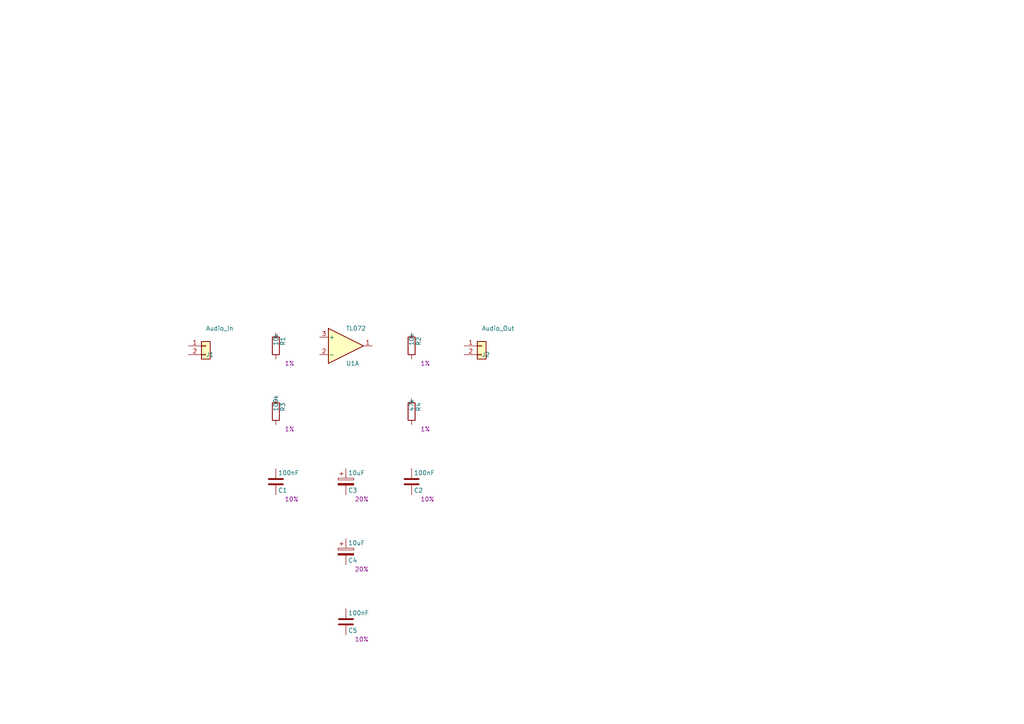
<source format=kicad_sch>
(kicad_sch (version 20250114) (generator "eeschema") (generator_version "9.0")
  (paper "A4")
  (title_block (title "VintagePreamp"))
  (lib_symbols
    (symbol "Amplifier_Operational:TL072"
      (property "Reference" "U" (at 0 5.08 0))
      (property "Value" "TL072" (at 0 -5.08 0))
      (pin_names (offset 0.127))
      (symbol "TL072_1_1"
        (polyline (pts (xy -5.08 5.08) (xy 5.08 0) (xy -5.08 -5.08) (xy -5.08 5.08)) (stroke (width 0.254)) (fill (type background)))
        (pin input line (at -7.62 2.54 0) (length 2.54) (name "+") (number "3"))
        (pin input line (at -7.62 -2.54 0) (length 2.54) (name "-") (number "2"))
        (pin output line (at 7.62 0 180) (length 2.54) (name "~") (number "1"))
      )
      (symbol "TL072_2_1"
        (polyline (pts (xy -5.08 5.08) (xy 5.08 0) (xy -5.08 -5.08) (xy -5.08 5.08)) (stroke (width 0.254)) (fill (type background)))
        (pin input line (at -7.62 2.54 0) (length 2.54) (name "+") (number "5"))
        (pin input line (at -7.62 -2.54 0) (length 2.54) (name "-") (number "6"))
        (pin output line (at 7.62 0 180) (length 2.54) (name "~") (number "7"))
      )
      (symbol "TL072_3_1"
        (pin power_in line (at -2.54 7.62 270) (length 3.81) (name "V+") (number "8"))
        (pin power_in line (at -2.54 -7.62 90) (length 3.81) (name "V-") (number "4"))
      )
    )
    (symbol "Device:R" (pin_numbers (hide yes)) (pin_names (offset 0))
      (property "Reference" "R" (at 2.032 0 90))
      (property "Value" "R" (at 0 0 90))
      (symbol "R_0_1"
        (rectangle (start -1.016 -2.54) (end 1.016 2.54) (stroke (width 0.254)))
      )
      (symbol "R_1_1"
        (pin passive line (at 0 3.81 270) (length 1.27) (name "~") (number "1"))
        (pin passive line (at 0 -3.81 90) (length 1.27) (name "~") (number "2"))
      )
    )
    (symbol "Device:C" (pin_numbers (hide yes)) (pin_names (offset 0.254))
      (property "Reference" "C" (at 0.635 2.54 0))
      (property "Value" "C" (at 0.635 -2.54 0))
      (symbol "C_0_1"
        (polyline (pts (xy -2.032 0.762) (xy 2.032 0.762)) (stroke (width 0.508)))
        (polyline (pts (xy -2.032 -0.762) (xy 2.032 -0.762)) (stroke (width 0.508)))
      )
      (symbol "C_1_1"
        (pin passive line (at 0 3.81 270) (length 2.794) (name "~") (number "1"))
        (pin passive line (at 0 -3.81 90) (length 2.794) (name "~") (number "2"))
      )
    )
    (symbol "Device:C_Polarized" (pin_numbers (hide yes)) (pin_names (offset 0.254))
      (property "Reference" "C" (at 0.635 2.54 0))
      (property "Value" "C_Polarized" (at 0.635 -2.54 0))
      (symbol "C_Polarized_0_1"
        (rectangle (start -2.286 0.508) (end 2.286 1.016))
        (polyline (pts (xy -1.778 2.286) (xy -0.762 2.286)))
        (polyline (pts (xy -1.27 2.794) (xy -1.27 1.778)))
        (rectangle (start 2.286 -0.508) (end -2.286 -1.016) (fill (type outline)))
      )
      (symbol "C_Polarized_1_1"
        (pin passive line (at 0 3.81 270) (length 2.794) (name "~") (number "1"))
        (pin passive line (at 0 -3.81 90) (length 2.794) (name "~") (number "2"))
      )
    )
    (symbol "Connector_Generic:Conn_01x02" (pin_names (offset 1.016) (hide yes))
      (property "Reference" "J" (at 0 2.54 0))
      (property "Value" "Conn_01x02" (at 0 -5.08 0))
      (symbol "Conn_01x02_1_1"
        (rectangle (start -1.27 1.27) (end 1.27 -3.81) (stroke (width 0.254)) (fill (type background)))
        (rectangle (start -1.27 0.127) (end 0 -0.127) (stroke (width 0.1524)))
        (rectangle (start -1.27 -2.413) (end 0 -2.667) (stroke (width 0.1524)))
        (pin passive line (at -5.08 0 0) (length 3.81) (name "Pin_1") (number "1"))
        (pin passive line (at -5.08 -2.54 0) (length 3.81) (name "Pin_2") (number "2"))
      )
    )
  )
  (symbol (lib_id "Amplifier_Operational:TL072") (at 100.33 100.33 0) (unit 1)
    (property "Reference" "U1" (at 100.33 105.41 0.0000) (effects (justify left)))
    (property "Value" "TL072" (at 100.33 95.25 0.0000) (effects (justify left)))
    (property "Footprint" "Package_DIP:DIP-8_W7.62mm" (effects (hide yes)))
  )
  (symbol (lib_id "Device:R") (at 80.01 100.33 0) (unit 1)
    (property "Reference" "R1" (at 82.042 100.33 90) (effects (justify left)))
    (property "Value" "10k" (at 80.01 100.33 90) (effects (justify left)))
    (property "Footprint" "Resistor_SMD:R_0805_2012Metric" (effects (hide yes)))
    (property "Tolerance" "1%" (at 82.55 105.4099 0) (effects (justify left)))
  )
  (symbol (lib_id "Device:R") (at 119.38 100.33 0) (unit 1)
    (property "Reference" "R2" (at 121.412 100.33 90) (effects (justify left)))
    (property "Value" "10k" (at 119.38 100.33 90) (effects (justify left)))
    (property "Footprint" "Resistor_SMD:R_0805_2012Metric" (effects (hide yes)))
    (property "Tolerance" "1%" (at 121.92 105.4099 0) (effects (justify left)))
  )
  (symbol (lib_id "Device:R") (at 80.01 119.38 0) (unit 1)
    (property "Reference" "R3" (at 82.042 119.38 90) (effects (justify left)))
    (property "Value" "100k" (at 80.01 119.38 90) (effects (justify left)))
    (property "Footprint" "Resistor_SMD:R_0805_2012Metric" (effects (hide yes)))
    (property "Tolerance" "1%" (at 82.55 124.4599 0) (effects (justify left)))
  )
  (symbol (lib_id "Device:R") (at 119.38 119.38 0) (unit 1)
    (property "Reference" "R4" (at 121.412 119.38 90) (effects (justify left)))
    (property "Value" "47k" (at 119.38 119.38 90) (effects (justify left)))
    (property "Footprint" "Resistor_SMD:R_0805_2012Metric" (effects (hide yes)))
    (property "Tolerance" "1%" (at 121.92 124.4599 0) (effects (justify left)))
  )
  (symbol (lib_id "Device:C") (at 80.01 139.7 0) (unit 1)
    (property "Reference" "C1" (at 80.645 142.24 0.0000) (effects (justify left)))
    (property "Value" "100nF" (at 80.645 137.16 0.0000) (effects (justify left)))
    (property "Footprint" "Capacitor_SMD:C_0805_2012Metric" (effects (hide yes)))
    (property "Tolerance" "10%" (at 82.55 144.7799 0) (effects (justify left)))
  )
  (symbol (lib_id "Device:C") (at 119.38 139.7 0) (unit 1)
    (property "Reference" "C2" (at 120.015 142.24 0.0000) (effects (justify left)))
    (property "Value" "100nF" (at 120.015 137.16 0.0000) (effects (justify left)))
    (property "Footprint" "Capacitor_SMD:C_0805_2012Metric" (effects (hide yes)))
    (property "Tolerance" "10%" (at 121.92 144.7799 0) (effects (justify left)))
  )
  (symbol (lib_id "Device:C_Polarized") (at 100.33 139.7 0) (unit 1)
    (property "Reference" "C3" (at 100.965 142.24 0.0000) (effects (justify left)))
    (property "Value" "10uF" (at 100.965 137.16 0.0000) (effects (justify left)))
    (property "Footprint" "Capacitor_SMD:C_1206_3216Metric" (effects (hide yes)))
    (property "Tolerance" "20%" (at 102.87 144.7799 0) (effects (justify left)))
  )
  (symbol (lib_id "Device:C_Polarized") (at 100.33 160.02 0) (unit 1)
    (property "Reference" "C4" (at 100.965 162.56 0.0000) (effects (justify left)))
    (property "Value" "10uF" (at 100.965 157.48 0.0000) (effects (justify left)))
    (property "Footprint" "Capacitor_SMD:C_1206_3216Metric" (effects (hide yes)))
    (property "Tolerance" "20%" (at 102.87 165.0999 0) (effects (justify left)))
  )
  (symbol (lib_id "Device:C") (at 100.33 180.34 0) (unit 1)
    (property "Reference" "C5" (at 100.965 182.88 0.0000) (effects (justify left)))
    (property "Value" "100nF" (at 100.965 177.8 0.0000) (effects (justify left)))
    (property "Footprint" "Capacitor_SMD:C_0603_1608Metric" (effects (hide yes)))
    (property "Tolerance" "10%" (at 102.87 185.4199 0) (effects (justify left)))
  )
  (symbol (lib_id "Connector_Generic:Conn_01x02") (at 59.69 100.33 0) (unit 1)
    (property "Reference" "J1" (at 59.69 102.87 0.0000) (effects (justify left)))
    (property "Value" "Audio_In" (at 59.69 95.25 0.0000) (effects (justify left)))
  )
  (symbol (lib_id "Connector_Generic:Conn_01x02") (at 139.7 100.33 0) (unit 1)
    (property "Reference" "J2" (at 139.7 102.87 0.0000) (effects (justify left)))
    (property "Value" "Audio_Out" (at 139.7 95.25 0.0000) (effects (justify left)))
  )
)
</source>
